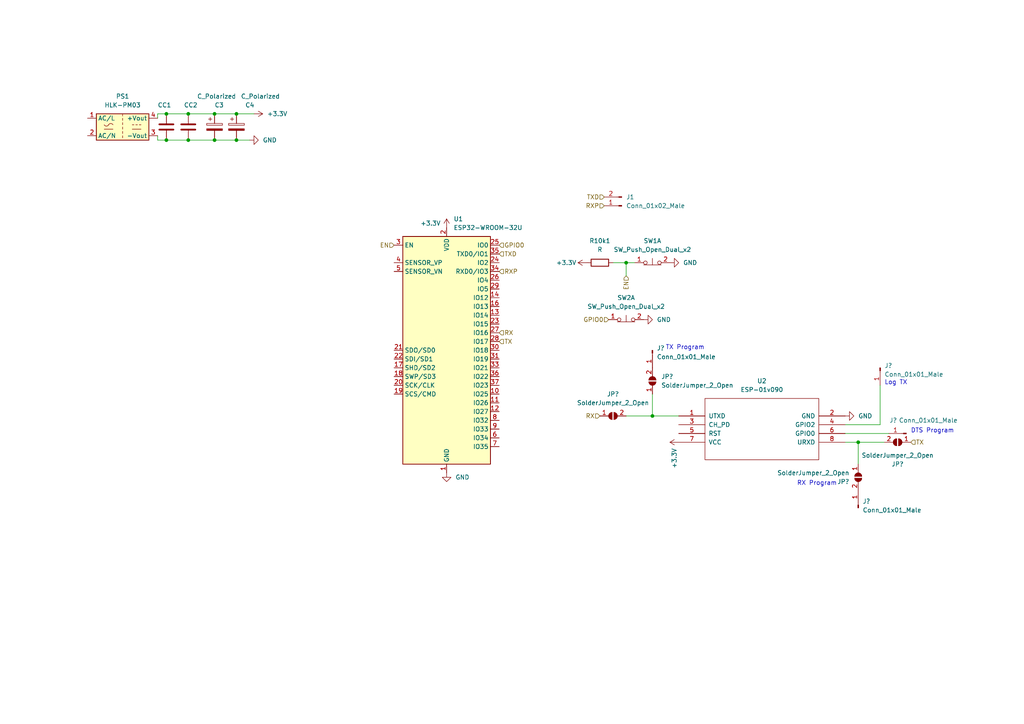
<source format=kicad_sch>
(kicad_sch (version 20211123) (generator eeschema)
  (paper "A4")
  (lib_symbols
    (symbol "Connector:Conn_01x01_Male" (pin_names (offset 1.016) hide)
      (property "Reference" "J" (at 0 2.54 0))
      (property "Value" "Conn_01x01_Male" (at 0 -2.54 0))
      (symbol "Conn_01x01_Male_1_1"
        (polyline (pts (xy 1.27 0) (xy 0.8636 0)) (stroke (width 0.1524)))
        (rectangle (start 0.8636 0.127) (end 0 -0.127) (stroke (width 0.1524)) (fill (type outline)))
        (pin passive line (at 5.08 0 180) (length 3.81) (name "Pin_1") (number "1"))
      )
    )
    (symbol "Connector:Conn_01x02_Male" (pin_names (offset 1.016) hide)
      (property "Reference" "J" (at 0 2.54 0))
      (property "Value" "Conn_01x02_Male" (at 0 -5.08 0))
      (symbol "Conn_01x02_Male_1_1"
        (polyline (pts (xy 1.27 -2.54) (xy 0.8636 -2.54)) (stroke (width 0.1524)))
        (polyline (pts (xy 1.27 0) (xy 0.8636 0)) (stroke (width 0.1524)))
        (rectangle (start 0.8636 -2.413) (end 0 -2.667) (stroke (width 0.1524)) (fill (type outline)))
        (rectangle (start 0.8636 0.127) (end 0 -0.127) (stroke (width 0.1524)) (fill (type outline)))
        (pin passive line (at 5.08 0 180) (length 3.81) (name "Pin_1") (number "1"))
        (pin passive line (at 5.08 -2.54 180) (length 3.81) (name "Pin_2") (number "2"))
      )
    )
    (symbol "Converter_ACDC:HLK-PM03"
      (property "Reference" "PS" (at 0 5.08 0))
      (property "Value" "HLK-PM03" (at 0 -5.08 0))
      (symbol "HLK-PM03_0_1"
        (rectangle (start -7.62 3.81) (end 7.62 -3.81) (stroke (width 0.254)) (fill (type background)))
        (arc (start -5.334 0.635) (mid -4.699 0.2495) (end -4.064 0.635))
        (arc (start -2.794 0.635) (mid -3.429 1.0072) (end -4.064 0.635))
        (polyline (pts (xy -5.334 -0.635) (xy -2.794 -0.635)))
        (polyline (pts (xy 0 -2.54) (xy 0 -3.175)))
        (polyline (pts (xy 0 -1.27) (xy 0 -1.905)))
        (polyline (pts (xy 0 0) (xy 0 -0.635)))
        (polyline (pts (xy 0 1.27) (xy 0 0.635)))
        (polyline (pts (xy 0 2.54) (xy 0 1.905)))
        (polyline (pts (xy 0 3.81) (xy 0 3.175)))
        (polyline (pts (xy 2.794 -0.635) (xy 5.334 -0.635)))
        (polyline (pts (xy 2.794 0.635) (xy 3.302 0.635)))
        (polyline (pts (xy 3.81 0.635) (xy 4.318 0.635)))
        (polyline (pts (xy 4.826 0.635) (xy 5.334 0.635)))
      )
      (symbol "HLK-PM03_1_1"
        (pin power_in line (at -10.16 2.54 0) (length 2.54) (name "AC/L") (number "1"))
        (pin power_in line (at -10.16 -2.54 0) (length 2.54) (name "AC/N") (number "2"))
        (pin power_out line (at 10.16 -2.54 180) (length 2.54) (name "-Vout") (number "3"))
        (pin power_out line (at 10.16 2.54 180) (length 2.54) (name "+Vout") (number "4"))
      )
    )
    (symbol "Device:C" (pin_numbers hide) (pin_names (offset 0.254))
      (property "Reference" "C" (at 0.635 2.54 0))
      (property "Value" "C" (at 0.635 -2.54 0))
      (symbol "C_0_1"
        (polyline (pts (xy -2.032 -0.762) (xy 2.032 -0.762)) (stroke (width 0.508)))
        (polyline (pts (xy -2.032 0.762) (xy 2.032 0.762)) (stroke (width 0.508)))
      )
      (symbol "C_1_1"
        (pin passive line (at 0 3.81 270) (length 2.794) (name "~") (number "1"))
        (pin passive line (at 0 -3.81 90) (length 2.794) (name "~") (number "2"))
      )
    )
    (symbol "Device:C_Polarized" (pin_numbers hide) (pin_names (offset 0.254))
      (property "Reference" "C" (at 0.635 2.54 0))
      (property "Value" "C_Polarized" (at 0.635 -2.54 0))
      (symbol "C_Polarized_0_1"
        (rectangle (start -2.286 0.508) (end 2.286 1.016))
        (polyline (pts (xy -1.778 2.286) (xy -0.762 2.286)))
        (polyline (pts (xy -1.27 2.794) (xy -1.27 1.778)))
        (rectangle (start 2.286 -0.508) (end -2.286 -1.016) (fill (type outline)))
      )
      (symbol "C_Polarized_1_1"
        (pin passive line (at 0 3.81 270) (length 2.794) (name "~") (number "1"))
        (pin passive line (at 0 -3.81 90) (length 2.794) (name "~") (number "2"))
      )
    )
    (symbol "Device:R" (pin_numbers hide) (pin_names (offset 0))
      (property "Reference" "R" (at 2.032 0 90))
      (property "Value" "R" (at 0 0 90))
      (symbol "R_0_1"
        (rectangle (start -1.016 -2.54) (end 1.016 2.54) (stroke (width 0.254)))
      )
      (symbol "R_1_1"
        (pin passive line (at 0 3.81 270) (length 1.27) (name "~") (number "1"))
        (pin passive line (at 0 -3.81 90) (length 1.27) (name "~") (number "2"))
      )
    )
    (symbol "ESP01:ESP-01v090" (pin_names (offset 1.016))
      (property "Reference" "U" (at 0 -2.54 0))
      (property "Value" "ESP-01v090" (at 0 2.54 0))
      (symbol "ESP-01v090_1_0"
        (rectangle (start -16.51 -8.89) (end 16.51 8.89))
      )
      (symbol "ESP-01v090_1_1"
        (pin output line (at -24.13 3.81 0) (length 7.62) (name "UTXD") (number "1"))
        (pin power_in line (at 24.13 3.81 180) (length 7.62) (name "GND") (number "2"))
        (pin input line (at -24.13 1.27 0) (length 7.62) (name "CH_PD") (number "3"))
        (pin tri_state line (at 24.13 1.27 180) (length 7.62) (name "GPIO2") (number "4"))
        (pin input line (at -24.13 -1.27 0) (length 7.62) (name "RST") (number "5"))
        (pin tri_state line (at 24.13 -1.27 180) (length 7.62) (name "GPIO0") (number "6"))
        (pin power_in line (at -24.13 -3.81 0) (length 7.62) (name "VCC") (number "7"))
        (pin input line (at 24.13 -3.81 180) (length 7.62) (name "URXD") (number "8"))
      )
    )
    (symbol "Jumper:SolderJumper_2_Open" (pin_names (offset 0) hide)
      (property "Reference" "JP" (at 0 2.032 0))
      (property "Value" "SolderJumper_2_Open" (at 0 -2.54 0))
      (symbol "SolderJumper_2_Open_0_1"
        (arc (start -0.254 1.016) (mid -1.27 0) (end -0.254 -1.016))
        (arc (start -0.254 1.016) (mid -1.27 0) (end -0.254 -1.016) (fill (type outline)))
        (polyline (pts (xy -0.254 1.016) (xy -0.254 -1.016)))
        (polyline (pts (xy 0.254 1.016) (xy 0.254 -1.016)))
        (arc (start 0.254 -1.016) (mid 1.27 0) (end 0.254 1.016))
        (arc (start 0.254 -1.016) (mid 1.27 0) (end 0.254 1.016) (fill (type outline)))
      )
      (symbol "SolderJumper_2_Open_1_1"
        (pin passive line (at -3.81 0 0) (length 2.54) (name "A") (number "1"))
        (pin passive line (at 3.81 0 180) (length 2.54) (name "B") (number "2"))
      )
    )
    (symbol "RF_Module:ESP32-WROOM-32U"
      (property "Reference" "U" (at -12.7 34.29 0))
      (property "Value" "ESP32-WROOM-32U" (at 1.27 34.29 0))
      (symbol "ESP32-WROOM-32U_0_1"
        (rectangle (start -12.7 33.02) (end 12.7 -33.02) (stroke (width 0.254)) (fill (type background)))
      )
      (symbol "ESP32-WROOM-32U_1_1"
        (pin power_in line (at 0 -35.56 90) (length 2.54) (name "GND") (number "1"))
        (pin bidirectional line (at 15.24 -12.7 180) (length 2.54) (name "IO25") (number "10"))
        (pin bidirectional line (at 15.24 -15.24 180) (length 2.54) (name "IO26") (number "11"))
        (pin bidirectional line (at 15.24 -17.78 180) (length 2.54) (name "IO27") (number "12"))
        (pin bidirectional line (at 15.24 10.16 180) (length 2.54) (name "IO14") (number "13"))
        (pin bidirectional line (at 15.24 15.24 180) (length 2.54) (name "IO12") (number "14"))
        (pin passive line (at 0 -35.56 90) (length 2.54) hide (name "GND") (number "15"))
        (pin bidirectional line (at 15.24 12.7 180) (length 2.54) (name "IO13") (number "16"))
        (pin bidirectional line (at -15.24 -5.08 0) (length 2.54) (name "SHD/SD2") (number "17"))
        (pin bidirectional line (at -15.24 -7.62 0) (length 2.54) (name "SWP/SD3") (number "18"))
        (pin bidirectional line (at -15.24 -12.7 0) (length 2.54) (name "SCS/CMD") (number "19"))
        (pin power_in line (at 0 35.56 270) (length 2.54) (name "VDD") (number "2"))
        (pin bidirectional line (at -15.24 -10.16 0) (length 2.54) (name "SCK/CLK") (number "20"))
        (pin bidirectional line (at -15.24 0 0) (length 2.54) (name "SDO/SD0") (number "21"))
        (pin bidirectional line (at -15.24 -2.54 0) (length 2.54) (name "SDI/SD1") (number "22"))
        (pin bidirectional line (at 15.24 7.62 180) (length 2.54) (name "IO15") (number "23"))
        (pin bidirectional line (at 15.24 25.4 180) (length 2.54) (name "IO2") (number "24"))
        (pin bidirectional line (at 15.24 30.48 180) (length 2.54) (name "IO0") (number "25"))
        (pin bidirectional line (at 15.24 20.32 180) (length 2.54) (name "IO4") (number "26"))
        (pin bidirectional line (at 15.24 5.08 180) (length 2.54) (name "IO16") (number "27"))
        (pin bidirectional line (at 15.24 2.54 180) (length 2.54) (name "IO17") (number "28"))
        (pin bidirectional line (at 15.24 17.78 180) (length 2.54) (name "IO5") (number "29"))
        (pin input line (at -15.24 30.48 0) (length 2.54) (name "EN") (number "3"))
        (pin bidirectional line (at 15.24 0 180) (length 2.54) (name "IO18") (number "30"))
        (pin bidirectional line (at 15.24 -2.54 180) (length 2.54) (name "IO19") (number "31"))
        (pin no_connect line (at -12.7 -27.94 0) (length 2.54) hide (name "NC") (number "32"))
        (pin bidirectional line (at 15.24 -5.08 180) (length 2.54) (name "IO21") (number "33"))
        (pin bidirectional line (at 15.24 22.86 180) (length 2.54) (name "RXD0/IO3") (number "34"))
        (pin bidirectional line (at 15.24 27.94 180) (length 2.54) (name "TXD0/IO1") (number "35"))
        (pin bidirectional line (at 15.24 -7.62 180) (length 2.54) (name "IO22") (number "36"))
        (pin bidirectional line (at 15.24 -10.16 180) (length 2.54) (name "IO23") (number "37"))
        (pin passive line (at 0 -35.56 90) (length 2.54) hide (name "GND") (number "38"))
        (pin passive line (at 0 -35.56 90) (length 2.54) hide (name "GND") (number "39"))
        (pin input line (at -15.24 25.4 0) (length 2.54) (name "SENSOR_VP") (number "4"))
        (pin input line (at -15.24 22.86 0) (length 2.54) (name "SENSOR_VN") (number "5"))
        (pin input line (at 15.24 -25.4 180) (length 2.54) (name "IO34") (number "6"))
        (pin input line (at 15.24 -27.94 180) (length 2.54) (name "IO35") (number "7"))
        (pin bidirectional line (at 15.24 -20.32 180) (length 2.54) (name "IO32") (number "8"))
        (pin bidirectional line (at 15.24 -22.86 180) (length 2.54) (name "IO33") (number "9"))
      )
    )
    (symbol "Switch:SW_Push_Open_Dual_x2" (pin_names (offset 1.016) hide)
      (property "Reference" "SW" (at 0 2.54 0))
      (property "Value" "SW_Push_Open_Dual_x2" (at 0 -1.905 0))
      (symbol "SW_Push_Open_Dual_x2_0_1"
        (circle (center -2.032 0) (radius 0.508))
        (polyline (pts (xy -2.54 -0.635) (xy 2.54 -0.635)))
        (polyline (pts (xy 0 -0.635) (xy 0 1.27)))
        (circle (center 2.032 0) (radius 0.508))
      )
      (symbol "SW_Push_Open_Dual_x2_1_1"
        (pin passive line (at -5.08 0 0) (length 2.54) (name "1") (number "1"))
        (pin passive line (at 5.08 0 180) (length 2.54) (name "2") (number "2"))
      )
      (symbol "SW_Push_Open_Dual_x2_2_1"
        (pin passive line (at -5.08 0 0) (length 2.54) (name "1") (number "3"))
        (pin passive line (at 5.08 0 180) (length 2.54) (name "2") (number "4"))
      )
    )
    (symbol "power:+3.3V" (power) (pin_names (offset 0))
      (property "Value" "+3.3V" (at 0 3.556 0))
      (symbol "+3.3V_0_1"
        (polyline (pts (xy -0.762 1.27) (xy 0 2.54)))
        (polyline (pts (xy 0 0) (xy 0 2.54)))
        (polyline (pts (xy 0 2.54) (xy 0.762 1.27)))
      )
      (symbol "+3.3V_1_1"
        (pin power_in line (at 0 0 90) (length 0) hide (name "+3.3V") (number "1"))
      )
    )
    (symbol "power:GND" (power) (pin_names (offset 0))
      (property "Value" "GND" (at 0 -3.81 0))
      (symbol "GND_0_1"
        (polyline (pts (xy 0 0) (xy 0 -1.27) (xy 1.27 -1.27) (xy 0 -2.54) (xy -1.27 -1.27) (xy 0 -1.27)))
      )
      (symbol "GND_1_1"
        (pin power_in line (at 0 0 270) (length 0) hide (name "GND") (number "1"))
      )
    )
  )
  (junction (at 68.58 40.64))
  (junction (at 48.26 40.64))
  (junction (at 248.92 128.27))
  (junction (at 181.61 76.2))
  (junction (at 62.23 33.02))
  (junction (at 48.26 33.02))
  (junction (at 68.58 33.02))
  (junction (at 62.23 40.64))
  (junction (at 189.23 120.65))
  (junction (at 54.61 40.64))
  (junction (at 54.61 33.02))
  (wire (pts (xy 245.11 125.73) (xy 257.81 125.73)))
  (wire (pts (xy 48.26 33.02) (xy 54.61 33.02)))
  (wire (pts (xy 248.92 128.27) (xy 256.54 128.27)))
  (wire (pts (xy 189.23 114.3) (xy 189.23 120.65)))
  (wire (pts (xy 245.11 128.27) (xy 248.92 128.27)))
  (wire (pts (xy 48.26 33.02) (xy 45.72 33.02)))
  (wire (pts (xy 54.61 33.02) (xy 62.23 33.02)))
  (wire (pts (xy 245.11 123.19) (xy 255.27 123.19)))
  (wire (pts (xy 48.26 40.64) (xy 54.61 40.64)))
  (wire (pts (xy 189.23 120.65) (xy 196.85 120.65)))
  (wire (pts (xy 62.23 40.64) (xy 68.58 40.64)))
  (wire (pts (xy 48.26 40.64) (xy 45.72 40.64)))
  (wire (pts (xy 189.23 120.65) (xy 181.61 120.65)))
  (wire (pts (xy 181.61 76.2) (xy 181.61 80.01)))
  (wire (pts (xy 72.39 40.64) (xy 68.58 40.64)))
  (wire (pts (xy 248.92 128.27) (xy 248.92 134.62)))
  (wire (pts (xy 45.72 33.02) (xy 45.72 34.29)))
  (wire (pts (xy 62.23 33.02) (xy 68.58 33.02)))
  (wire (pts (xy 177.8 76.2) (xy 181.61 76.2)))
  (wire (pts (xy 181.61 76.2) (xy 184.15 76.2)))
  (wire (pts (xy 73.66 33.02) (xy 68.58 33.02)))
  (wire (pts (xy 54.61 40.64) (xy 62.23 40.64)))
  (wire (pts (xy 45.72 40.64) (xy 45.72 39.37)))
  (wire (pts (xy 255.27 123.19) (xy 255.27 111.76)))
  (text "DTS Program" (at 264.16 125.73 0) (effects (font (size 1.27 1.27)) (justify left bottom)))
  (text "TX Program" (at 193.04 101.6 0) (effects (font (size 1.27 1.27)) (justify left bottom)))
  (text "RX Program" (at 231.14 140.97 0) (effects (font (size 1.27 1.27)) (justify left bottom)))
  (text "Log TX" (at 256.54 111.76 0) (effects (font (size 1.27 1.27)) (justify left bottom)))
  (hierarchical_label "TXD" (shape input) (at 144.78 73.66 0))
  (hierarchical_label "TX" (shape input) (at 264.16 128.27 0))
  (hierarchical_label "EN" (shape input) (at 181.61 80.01 270))
  (hierarchical_label "RXP" (shape input) (at 144.78 78.74 0))
  (hierarchical_label "GPIO0" (shape input) (at 144.78 71.12 0))
  (hierarchical_label "TXD" (shape input) (at 175.26 57.15 180))
  (hierarchical_label "GPIO0" (shape input) (at 176.53 92.71 180))
  (hierarchical_label "RX" (shape input) (at 173.99 120.65 180))
  (hierarchical_label "RX" (shape input) (at 144.78 96.52 0))
  (hierarchical_label "RXP" (shape input) (at 175.26 59.69 180))
  (hierarchical_label "TX" (shape input) (at 144.78 99.06 0))
  (hierarchical_label "EN" (shape input) (at 114.3 71.12 180))
  (symbol (lib_id "Converter_ACDC:HLK-PM03") (at 35.56 36.83 0) (unit 1)
    (property "Reference" "PS1" (at 35.56 27.94 0))
    (property "Value" "HLK-PM03" (at 35.56 30.48 0))
    (property "Footprint" "Converter_ACDC:Converter_ACDC_HiLink_HLK-PMxx" (effects hide))
    (property "Datasheet" "http://www.hlktech.net/product_detail.php?ProId=59" (effects hide))
  )
  (symbol (lib_id "Switch:SW_Push_Open_Dual_x2") (at 189.23 76.2 0) (unit 1)
    (property "Reference" "SW1" (at 189.23 69.85 0))
    (property "Value" "SW_Push_Open_Dual_x2" (at 189.23 72.39 0))
  )
  (symbol (lib_id "Jumper:SolderJumper_2_Open") (at 248.92 138.43 270) (unit 1)
    (property "Reference" "JP?" (at 246.38 139.7001 90) (effects (justify right)))
    (property "Value" "SolderJumper_2_Open" (at 246.38 137.1601 90) (effects (justify right)))
  )
  (symbol (lib_id "Device:C_Polarized") (at 62.23 36.83 0) (unit 1)
    (property "Reference" "C3" (at 62.23 30.48 0) (effects (justify left)))
    (property "Value" "C_Polarized" (at 57.15 27.94 0) (effects (justify left)))
  )
  (symbol (lib_id "Connector:Conn_01x01_Male") (at 262.89 125.73 180) (unit 1)
    (property "Reference" "J?" (at 259.08 121.92 0))
    (property "Value" "Conn_01x01_Male" (at 269.24 121.92 0))
  )
  (symbol (lib_id "Jumper:SolderJumper_2_Open") (at 260.35 128.27 180) (unit 1)
    (property "Reference" "JP?" (at 260.35 134.62 0))
    (property "Value" "SolderJumper_2_Open" (at 260.35 132.08 0))
  )
  (symbol (lib_id "Switch:SW_Push_Open_Dual_x2") (at 181.61 92.71 0) (unit 1)
    (property "Reference" "SW2" (at 181.61 86.36 0))
    (property "Value" "SW_Push_Open_Dual_x2" (at 181.61 88.9 0))
  )
  (symbol (lib_id "power:GND") (at 72.39 40.64 90) (unit 1)
    (property "Reference" "#PWR0101" (effects hide))
    (property "Value" "GND" (at 76.2 40.6399 90) (effects (justify right)))
  )
  (symbol (lib_id "power:GND") (at 129.54 137.16 0) (unit 1)
    (property "Reference" "#PWR0105" (effects hide))
    (property "Value" "GND" (at 132.08 138.4299 0) (effects (justify left)))
  )
  (symbol (lib_id "Connector:Conn_01x01_Male") (at 255.27 106.68 270) (unit 1)
    (property "Reference" "J?" (at 256.54 106.0449 90) (effects (justify left)))
    (property "Value" "Conn_01x01_Male" (at 256.54 108.5849 90) (effects (justify left)))
  )
  (symbol (lib_id "Device:C_Polarized") (at 68.58 36.83 0) (unit 1)
    (property "Reference" "C4" (at 71.12 30.48 0) (effects (justify left)))
    (property "Value" "C_Polarized" (at 69.85 27.94 0) (effects (justify left)))
  )
  (symbol (lib_id "power:GND") (at 245.11 120.65 90) (unit 1)
    (property "Reference" "#PWR0109" (effects hide))
    (property "Value" "GND" (at 248.92 120.6499 90) (effects (justify right)))
  )
  (symbol (lib_id "Jumper:SolderJumper_2_Open") (at 189.23 110.49 90) (unit 1)
    (property "Reference" "JP?" (at 191.77 109.2199 90) (effects (justify right)))
    (property "Value" "SolderJumper_2_Open" (at 191.77 111.7599 90) (effects (justify right)))
  )
  (symbol (lib_id "Device:C") (at 48.26 36.83 0) (unit 1)
    (property "Reference" "C1" (at 46.99 30.48 0) (effects (justify left)))
    (property "Value" "C" (at 45.72 30.48 0) (effects (justify left)))
  )
  (symbol (lib_id "Connector:Conn_01x02_Male") (at 180.34 59.69 180) (unit 1)
    (property "Reference" "J1" (at 181.61 57.1499 0) (effects (justify right)))
    (property "Value" "Conn_01x02_Male" (at 181.61 59.6899 0) (effects (justify right)))
  )
  (symbol (lib_id "power:+3.3V") (at 196.85 128.27 90) (unit 1)
    (property "Reference" "#PWR0106" (effects hide))
    (property "Value" "+3.3V" (at 195.58 135.89 0) (effects (justify left)))
  )
  (symbol (lib_id "power:GND") (at 186.69 92.71 90) (unit 1)
    (property "Reference" "#PWR0108" (effects hide))
    (property "Value" "GND" (at 190.5 92.7099 90) (effects (justify right)))
  )
  (symbol (lib_id "Connector:Conn_01x01_Male") (at 248.92 147.32 90) (unit 1)
    (property "Reference" "J?" (at 250.19 145.4149 90) (effects (justify right)))
    (property "Value" "Conn_01x01_Male" (at 250.19 147.9549 90) (effects (justify right)))
  )
  (symbol (lib_id "power:GND") (at 194.31 76.2 90) (unit 1)
    (property "Reference" "#PWR0103" (effects hide))
    (property "Value" "GND" (at 198.12 76.1999 90) (effects (justify right)))
  )
  (symbol (lib_id "Device:C") (at 54.61 36.83 0) (unit 1)
    (property "Reference" "C2" (at 54.61 30.48 0) (effects (justify left)))
    (property "Value" "C" (at 53.34 30.48 0) (effects (justify left)))
  )
  (symbol (lib_id "Connector:Conn_01x01_Male") (at 189.23 101.6 270) (unit 1)
    (property "Reference" "J?" (at 190.5 100.9649 90) (effects (justify left)))
    (property "Value" "Conn_01x01_Male" (at 190.5 103.5049 90) (effects (justify left)))
  )
  (symbol (lib_id "RF_Module:ESP32-WROOM-32U") (at 129.54 101.6 0) (unit 1)
    (property "Reference" "U1" (at 131.5594 63.5 0) (effects (justify left)))
    (property "Value" "ESP32-WROOM-32U" (at 131.5594 66.04 0) (effects (justify left)))
    (property "Footprint" "RF_Module:ESP32-WROOM-32U" (effects hide))
    (property "Datasheet" "https://www.espressif.com/sites/default/files/documentation/esp32-wroom-32d_esp32-wroom-32u_datasheet_en.pdf" (effects hide))
  )
  (symbol (lib_id "Device:R") (at 173.99 76.2 90) (unit 1)
    (property "Reference" "R10k1" (at 173.99 69.85 90))
    (property "Value" "R" (at 173.99 72.39 90))
  )
  (symbol (lib_id "ESP01:ESP-01v090") (at 220.98 124.46 0) (unit 1)
    (property "Reference" "U2" (at 220.98 110.49 0))
    (property "Value" "ESP-01v090" (at 220.98 113.03 0))
    (property "Footprint" "ESP01:ESP-01" (effects hide))
    (property "Datasheet" "http://l0l.org.uk/2014/12/esp8266-modules-hardware-guide-gotta-catch-em-all/" (effects hide))
  )
  (symbol (lib_id "power:+3.3V") (at 170.18 76.2 90) (unit 1)
    (property "Reference" "#PWR0104" (effects hide))
    (property "Value" "+3.3V" (at 161.29 76.2 90) (effects (justify right)))
  )
  (symbol (lib_id "power:+3.3V") (at 73.66 33.02 270) (unit 1)
    (property "Reference" "#PWR0102" (effects hide))
    (property "Value" "+3.3V" (at 77.47 33.0199 90) (effects (justify left)))
  )
  (symbol (lib_id "power:+3.3V") (at 129.54 66.04 0) (unit 1)
    (property "Reference" "#PWR0107" (effects hide))
    (property "Value" "+3.3V" (at 121.92 64.77 0) (effects (justify left)))
  )
  (symbol (lib_id "Jumper:SolderJumper_2_Open") (at 177.8 120.65 0) (unit 1)
    (property "Reference" "JP?" (at 177.8 114.3 0))
    (property "Value" "SolderJumper_2_Open" (at 177.8 116.84 0))
  )
)
</source>
